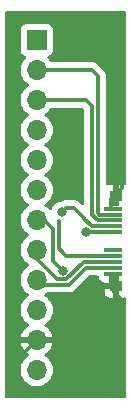
<source format=gbr>
%TF.GenerationSoftware,KiCad,Pcbnew,6.99.0-0efc1149af*%
%TF.CreationDate,2023-03-23T10:20:33+01:00*%
%TF.ProjectId,usbarmory-breakout,75736261-726d-46f7-9279-2d627265616b,rev?*%
%TF.SameCoordinates,Original*%
%TF.FileFunction,Copper,L2,Bot*%
%TF.FilePolarity,Positive*%
%FSLAX46Y46*%
G04 Gerber Fmt 4.6, Leading zero omitted, Abs format (unit mm)*
G04 Created by KiCad (PCBNEW 6.99.0-0efc1149af) date 2023-03-23 10:20:33*
%MOMM*%
%LPD*%
G01*
G04 APERTURE LIST*
%TA.AperFunction,ComponentPad*%
%ADD10R,1.700000X1.700000*%
%TD*%
%TA.AperFunction,ComponentPad*%
%ADD11O,1.700000X1.700000*%
%TD*%
%TA.AperFunction,SMDPad,CuDef*%
%ADD12R,1.500000X0.350000*%
%TD*%
%TA.AperFunction,SMDPad,CuDef*%
%ADD13R,1.000000X0.900000*%
%TD*%
%TA.AperFunction,ViaPad*%
%ADD14C,0.800000*%
%TD*%
%TA.AperFunction,Conductor*%
%ADD15C,0.300000*%
%TD*%
G04 APERTURE END LIST*
D10*
%TO.P,J2,1,Pin_1*%
%TO.N,/SDCS*%
X190270999Y-64136999D03*
D11*
%TO.P,J2,2,Pin_2*%
%TO.N,USB_TX2+*%
X190270999Y-66676999D03*
%TO.P,J2,3,Pin_3*%
%TO.N,USB_TX2-*%
X190270999Y-69216999D03*
%TO.P,J2,4,Pin_4*%
%TO.N,/BLK*%
X190270999Y-71756999D03*
%TO.P,J2,5,Pin_5*%
%TO.N,USB_RX2+*%
X190270999Y-74296999D03*
%TO.P,J2,6,Pin_6*%
%TO.N,USB_RX2-*%
X190270999Y-76836999D03*
%TO.P,J2,7,Pin_7*%
%TO.N,USB_TX1+*%
X190270999Y-79376999D03*
%TO.P,J2,8,Pin_8*%
%TO.N,USB_RX1-*%
X190270999Y-81916999D03*
%TO.P,J2,9,Pin_9*%
%TO.N,USB_RX1+*%
X190270999Y-84456999D03*
%TO.P,J2,10,Pin_10*%
%TO.N,USB_TX1-*%
X190270999Y-86996999D03*
%TO.P,J2,11,Pin_11*%
%TO.N,GND*%
X190270999Y-89536999D03*
%TO.P,J2,12,Pin_12*%
%TO.N,USB_5V*%
X190270999Y-92076999D03*
%TD*%
D12*
%TO.P,U1,B1,GND*%
%TO.N,GND*%
X196772999Y-78414999D03*
%TO.P,U1,B2,TX2+*%
%TO.N,USB_TX2+*%
X196772999Y-78914999D03*
%TO.P,U1,B3,TX2-*%
%TO.N,USB_TX2-*%
X196772999Y-79414999D03*
%TO.P,U1,B4,VBUS*%
%TO.N,USB_5V*%
X196772999Y-79914999D03*
%TO.P,U1,B5,VCONN*%
%TO.N,Net-(U1-VCONN)*%
X196772999Y-80414999D03*
%TO.P,U1,B8,SBU2*%
%TO.N,unconnected-(U1-SBU2)*%
X196772999Y-81914999D03*
%TO.P,U1,B9,VBUS*%
%TO.N,USB_5V*%
X196772999Y-82414999D03*
%TO.P,U1,B10,RX1-*%
%TO.N,USB_RX1-*%
X196772999Y-82914999D03*
%TO.P,U1,B11,RX1+*%
%TO.N,USB_RX1+*%
X196772999Y-83414999D03*
%TO.P,U1,B12,GND*%
%TO.N,GND*%
X196772999Y-83914999D03*
D13*
%TO.P,U1,S,S*%
X197022999Y-84989999D03*
X197022999Y-77339999D03*
%TD*%
D14*
%TO.N,USB_TX1+*%
X192492122Y-83701622D03*
%TO.N,USB_5V*%
X192405000Y-78740000D03*
%TO.N,Net-(U1-VCONN)*%
X194437000Y-80391000D03*
%TD*%
D15*
%TO.N,USB_TX1+*%
X192492122Y-83701622D02*
X191643000Y-82852500D01*
X191643000Y-80137000D02*
X190883000Y-79377000D01*
X190883000Y-79377000D02*
X190271000Y-79377000D01*
X191643000Y-82852500D02*
X191643000Y-80137000D01*
%TO.N,GND*%
X196846000Y-84990000D02*
X196846000Y-85467000D01*
X197358000Y-85979000D02*
X197358000Y-93599000D01*
X196846000Y-85467000D02*
X197358000Y-85979000D01*
X188341000Y-91467000D02*
X190271000Y-89537000D01*
X188341000Y-93853000D02*
X188341000Y-91467000D01*
X196596000Y-84740000D02*
X196846000Y-84990000D01*
X188722000Y-62103000D02*
X188341000Y-62484000D01*
X196596000Y-77590000D02*
X196846000Y-77340000D01*
X196977000Y-62103000D02*
X188722000Y-62103000D01*
X197358000Y-93599000D02*
X196850000Y-94107000D01*
X197485000Y-62611000D02*
X196977000Y-62103000D01*
X196596000Y-78415000D02*
X196596000Y-77590000D01*
X196596000Y-83915000D02*
X196596000Y-84740000D01*
X197485000Y-76701000D02*
X197485000Y-62611000D01*
X188595000Y-94107000D02*
X188341000Y-93853000D01*
X196846000Y-77340000D02*
X197485000Y-76701000D01*
X188341000Y-62484000D02*
X188341000Y-91467000D01*
X196850000Y-94107000D02*
X188595000Y-94107000D01*
%TO.N,USB_RX1+*%
X196596000Y-83415000D02*
X194405090Y-83415000D01*
X190665622Y-84851622D02*
X190271000Y-84457000D01*
X194405090Y-83415000D02*
X192968468Y-84851622D01*
X192968468Y-84851622D02*
X190665622Y-84851622D01*
%TO.N,USB_RX1-*%
X191970622Y-84401622D02*
X190271000Y-82702000D01*
X194268694Y-82915000D02*
X192782072Y-84401622D01*
X192782072Y-84401622D02*
X191970622Y-84401622D01*
X190271000Y-82702000D02*
X190271000Y-81917000D01*
X196596000Y-82915000D02*
X194268694Y-82915000D01*
%TO.N,USB_5V*%
X192786000Y-82423000D02*
X192532000Y-82169000D01*
X194296975Y-79261025D02*
X194156950Y-79121000D01*
X192532000Y-82169000D02*
X192151000Y-81788000D01*
X195563000Y-82423000D02*
X195571000Y-82415000D01*
X195563000Y-82423000D02*
X192786000Y-82423000D01*
X193421000Y-78359000D02*
X194296975Y-79234975D01*
X192405000Y-78740000D02*
X192786000Y-78359000D01*
X192151000Y-81788000D02*
X192151000Y-79502000D01*
X196596000Y-79915000D02*
X194950950Y-79915000D01*
X194296975Y-79234975D02*
X194296975Y-79261025D01*
X195571000Y-82415000D02*
X196596000Y-82415000D01*
X192786000Y-78359000D02*
X193421000Y-78359000D01*
X194950950Y-79915000D02*
X194296975Y-79261025D01*
%TO.N,USB_TX2-*%
X195434604Y-79415000D02*
X194945000Y-78925396D01*
X196596000Y-79415000D02*
X195434604Y-79415000D01*
X194945000Y-69723000D02*
X194439000Y-69217000D01*
X194439000Y-69217000D02*
X190271000Y-69217000D01*
X194945000Y-78925396D02*
X194945000Y-69723000D01*
%TO.N,USB_TX2+*%
X196596000Y-78915000D02*
X195571000Y-78915000D01*
X195453000Y-67183000D02*
X194947000Y-66677000D01*
X194947000Y-66677000D02*
X190271000Y-66677000D01*
X195453000Y-78797000D02*
X195453000Y-67183000D01*
X195571000Y-78915000D02*
X195453000Y-78797000D01*
%TO.N,Net-(U1-VCONN)*%
X194461000Y-80415000D02*
X194437000Y-80391000D01*
X196596000Y-80415000D02*
X194461000Y-80415000D01*
%TD*%
%TA.AperFunction,Conductor*%
%TO.N,GND*%
G36*
X197807621Y-61742502D02*
G01*
X197854114Y-61796158D01*
X197865500Y-61848500D01*
X197865500Y-76294086D01*
X197845498Y-76362207D01*
X197791842Y-76408700D01*
X197721568Y-76418804D01*
X197695468Y-76412142D01*
X197639478Y-76391259D01*
X197624257Y-76387662D01*
X197574938Y-76382360D01*
X197568223Y-76382000D01*
X197295115Y-76382000D01*
X197279876Y-76386475D01*
X197278671Y-76387865D01*
X197277000Y-76395548D01*
X197277000Y-78105500D01*
X197256998Y-78173621D01*
X197203342Y-78220114D01*
X197151000Y-78231500D01*
X196724000Y-78231500D01*
X196655879Y-78211498D01*
X196609386Y-78157842D01*
X196598000Y-78105500D01*
X196598000Y-77818000D01*
X196618002Y-77749879D01*
X196671658Y-77703386D01*
X196724000Y-77692000D01*
X196750885Y-77692000D01*
X196766124Y-77687525D01*
X196767329Y-77686135D01*
X196769000Y-77678452D01*
X196769000Y-76400115D01*
X196764525Y-76384876D01*
X196763135Y-76383671D01*
X196755452Y-76382000D01*
X196477777Y-76382000D01*
X196471062Y-76382360D01*
X196421743Y-76387662D01*
X196406525Y-76391259D01*
X196281533Y-76437878D01*
X196210717Y-76442943D01*
X196148405Y-76408917D01*
X196114380Y-76346605D01*
X196111500Y-76319822D01*
X196111500Y-67265056D01*
X196112059Y-67253200D01*
X196112059Y-67253197D01*
X196113788Y-67245463D01*
X196111562Y-67174631D01*
X196111500Y-67170673D01*
X196111500Y-67141568D01*
X196110944Y-67137168D01*
X196110012Y-67125330D01*
X196108811Y-67087094D01*
X196108562Y-67079169D01*
X196102580Y-67058579D01*
X196098570Y-67039216D01*
X196096875Y-67025796D01*
X196096875Y-67025795D01*
X196095882Y-67017936D01*
X196092966Y-67010571D01*
X196092965Y-67010567D01*
X196078874Y-66974979D01*
X196075035Y-66963769D01*
X196062145Y-66919400D01*
X196051225Y-66900935D01*
X196042534Y-66883195D01*
X196034635Y-66863244D01*
X196007482Y-66825871D01*
X196000967Y-66815952D01*
X195981493Y-66783023D01*
X195981490Y-66783019D01*
X195977453Y-66776193D01*
X195962289Y-66761029D01*
X195949448Y-66745995D01*
X195941501Y-66735057D01*
X195936841Y-66728643D01*
X195901247Y-66699197D01*
X195892468Y-66691208D01*
X195470655Y-66269395D01*
X195462665Y-66260615D01*
X195462663Y-66260613D01*
X195458416Y-66253920D01*
X195406742Y-66205395D01*
X195403901Y-66202641D01*
X195383333Y-66182073D01*
X195379826Y-66179353D01*
X195370804Y-66171647D01*
X195342913Y-66145456D01*
X195337133Y-66140028D01*
X195330181Y-66136206D01*
X195318342Y-66129697D01*
X195301818Y-66118843D01*
X195291132Y-66110555D01*
X195284868Y-66105696D01*
X195277596Y-66102549D01*
X195277594Y-66102548D01*
X195242465Y-66087346D01*
X195231805Y-66082124D01*
X195198284Y-66063695D01*
X195198282Y-66063694D01*
X195191337Y-66059876D01*
X195170559Y-66054541D01*
X195151869Y-66048142D01*
X195132176Y-66039620D01*
X195086552Y-66032394D01*
X195074929Y-66029987D01*
X195046928Y-66022798D01*
X195030188Y-66018500D01*
X195008741Y-66018500D01*
X194989031Y-66016949D01*
X194975677Y-66014834D01*
X194967848Y-66013594D01*
X194921859Y-66017941D01*
X194910004Y-66018500D01*
X191531704Y-66018500D01*
X191463583Y-65998498D01*
X191426221Y-65961415D01*
X191349573Y-65844095D01*
X191349570Y-65844091D01*
X191346722Y-65839732D01*
X191343197Y-65835903D01*
X191343194Y-65835899D01*
X191203525Y-65684180D01*
X191172104Y-65620515D01*
X191180091Y-65549969D01*
X191224949Y-65494940D01*
X191252191Y-65480787D01*
X191367204Y-65437889D01*
X191484261Y-65350261D01*
X191571889Y-65233204D01*
X191622989Y-65096201D01*
X191629500Y-65035638D01*
X191629500Y-63238362D01*
X191622989Y-63177799D01*
X191571889Y-63040796D01*
X191484261Y-62923739D01*
X191367204Y-62836111D01*
X191230201Y-62785011D01*
X191193295Y-62781043D01*
X191172988Y-62778860D01*
X191172985Y-62778860D01*
X191169638Y-62778500D01*
X189372362Y-62778500D01*
X189369015Y-62778860D01*
X189369012Y-62778860D01*
X189348705Y-62781043D01*
X189311799Y-62785011D01*
X189174796Y-62836111D01*
X189057739Y-62923739D01*
X188970111Y-63040796D01*
X188919011Y-63177799D01*
X188912500Y-63238362D01*
X188912500Y-65035638D01*
X188919011Y-65096201D01*
X188970111Y-65233204D01*
X189057739Y-65350261D01*
X189174796Y-65437889D01*
X189289808Y-65480787D01*
X189346642Y-65523333D01*
X189371453Y-65589853D01*
X189356361Y-65659227D01*
X189338475Y-65684180D01*
X189198806Y-65835899D01*
X189198803Y-65835903D01*
X189195278Y-65839732D01*
X189192428Y-65844095D01*
X189192427Y-65844096D01*
X189077195Y-66020472D01*
X189072140Y-66028209D01*
X189070048Y-66032978D01*
X189070046Y-66032982D01*
X189023092Y-66140028D01*
X188981704Y-66234384D01*
X188926436Y-66452632D01*
X188907844Y-66677000D01*
X188908274Y-66682189D01*
X188923888Y-66870613D01*
X188926436Y-66901368D01*
X188927717Y-66906426D01*
X188927717Y-66906427D01*
X188966249Y-67058584D01*
X188981704Y-67119616D01*
X189072140Y-67325791D01*
X189074990Y-67330153D01*
X189074992Y-67330157D01*
X189132942Y-67418855D01*
X189195278Y-67514268D01*
X189198803Y-67518097D01*
X189198806Y-67518101D01*
X189300360Y-67628417D01*
X189347760Y-67679906D01*
X189525424Y-67818189D01*
X189530005Y-67820668D01*
X189558680Y-67836186D01*
X189609071Y-67886199D01*
X189624423Y-67955516D01*
X189599863Y-68022129D01*
X189558681Y-68057813D01*
X189525424Y-68075811D01*
X189347760Y-68214094D01*
X189344228Y-68217931D01*
X189198806Y-68375899D01*
X189198803Y-68375903D01*
X189195278Y-68379732D01*
X189192428Y-68384095D01*
X189192427Y-68384096D01*
X189077195Y-68560472D01*
X189072140Y-68568209D01*
X189070048Y-68572978D01*
X189070046Y-68572982D01*
X189047234Y-68624990D01*
X188981704Y-68774384D01*
X188926436Y-68992632D01*
X188907844Y-69217000D01*
X188926436Y-69441368D01*
X188981704Y-69659616D01*
X189072140Y-69865791D01*
X189074990Y-69870153D01*
X189074992Y-69870157D01*
X189132942Y-69958855D01*
X189195278Y-70054268D01*
X189198803Y-70058097D01*
X189198806Y-70058101D01*
X189300360Y-70168417D01*
X189347760Y-70219906D01*
X189525424Y-70358189D01*
X189530005Y-70360668D01*
X189558680Y-70376186D01*
X189609071Y-70426199D01*
X189624423Y-70495516D01*
X189599863Y-70562129D01*
X189558681Y-70597813D01*
X189525424Y-70615811D01*
X189347760Y-70754094D01*
X189344228Y-70757931D01*
X189198806Y-70915899D01*
X189198803Y-70915903D01*
X189195278Y-70919732D01*
X189072140Y-71108209D01*
X188981704Y-71314384D01*
X188926436Y-71532632D01*
X188907844Y-71757000D01*
X188926436Y-71981368D01*
X188981704Y-72199616D01*
X189072140Y-72405791D01*
X189195278Y-72594268D01*
X189198803Y-72598097D01*
X189198806Y-72598101D01*
X189300360Y-72708417D01*
X189347760Y-72759906D01*
X189525424Y-72898189D01*
X189530005Y-72900668D01*
X189558680Y-72916186D01*
X189609071Y-72966199D01*
X189624423Y-73035516D01*
X189599863Y-73102129D01*
X189558681Y-73137813D01*
X189525424Y-73155811D01*
X189347760Y-73294094D01*
X189344228Y-73297931D01*
X189198806Y-73455899D01*
X189198803Y-73455903D01*
X189195278Y-73459732D01*
X189072140Y-73648209D01*
X188981704Y-73854384D01*
X188926436Y-74072632D01*
X188907844Y-74297000D01*
X188926436Y-74521368D01*
X188981704Y-74739616D01*
X189072140Y-74945791D01*
X189195278Y-75134268D01*
X189198803Y-75138097D01*
X189198806Y-75138101D01*
X189300360Y-75248417D01*
X189347760Y-75299906D01*
X189525424Y-75438189D01*
X189530005Y-75440668D01*
X189558680Y-75456186D01*
X189609071Y-75506199D01*
X189624423Y-75575516D01*
X189599863Y-75642129D01*
X189558681Y-75677813D01*
X189525424Y-75695811D01*
X189347760Y-75834094D01*
X189344228Y-75837931D01*
X189198806Y-75995899D01*
X189198803Y-75995903D01*
X189195278Y-75999732D01*
X189072140Y-76188209D01*
X188981704Y-76394384D01*
X188926436Y-76612632D01*
X188907844Y-76837000D01*
X188926436Y-77061368D01*
X188981704Y-77279616D01*
X189072140Y-77485791D01*
X189195278Y-77674268D01*
X189198803Y-77678097D01*
X189198806Y-77678101D01*
X189280635Y-77766990D01*
X189347760Y-77839906D01*
X189351879Y-77843112D01*
X189487771Y-77948882D01*
X189525424Y-77978189D01*
X189545494Y-77989050D01*
X189558680Y-77996186D01*
X189609071Y-78046199D01*
X189624423Y-78115516D01*
X189599863Y-78182129D01*
X189558681Y-78217813D01*
X189525424Y-78235811D01*
X189347760Y-78374094D01*
X189344228Y-78377931D01*
X189198806Y-78535899D01*
X189198803Y-78535903D01*
X189195278Y-78539732D01*
X189072140Y-78728209D01*
X188981704Y-78934384D01*
X188926436Y-79152632D01*
X188926006Y-79157823D01*
X188926005Y-79157828D01*
X188916609Y-79271226D01*
X188907844Y-79377000D01*
X188908274Y-79382189D01*
X188923432Y-79565114D01*
X188926436Y-79601368D01*
X188927717Y-79606426D01*
X188927717Y-79606427D01*
X188950044Y-79694592D01*
X188981704Y-79819616D01*
X188996811Y-79854056D01*
X189066846Y-80013721D01*
X189072140Y-80025791D01*
X189074990Y-80030153D01*
X189074992Y-80030157D01*
X189163090Y-80165000D01*
X189195278Y-80214268D01*
X189198803Y-80218097D01*
X189198806Y-80218101D01*
X189300360Y-80328417D01*
X189347760Y-80379906D01*
X189525424Y-80518189D01*
X189530005Y-80520668D01*
X189558680Y-80536186D01*
X189609071Y-80586199D01*
X189624423Y-80655516D01*
X189599863Y-80722129D01*
X189558681Y-80757813D01*
X189525424Y-80775811D01*
X189347760Y-80914094D01*
X189344228Y-80917931D01*
X189198806Y-81075899D01*
X189198803Y-81075903D01*
X189195278Y-81079732D01*
X189192427Y-81084096D01*
X189077638Y-81259794D01*
X189072140Y-81268209D01*
X189070048Y-81272978D01*
X189070046Y-81272982D01*
X189058034Y-81300368D01*
X188981704Y-81474384D01*
X188980422Y-81479445D01*
X188980422Y-81479446D01*
X188931136Y-81674073D01*
X188926436Y-81692632D01*
X188926006Y-81697823D01*
X188926005Y-81697828D01*
X188909024Y-81902763D01*
X188907844Y-81917000D01*
X188926436Y-82141368D01*
X188981704Y-82359616D01*
X189072140Y-82565791D01*
X189074990Y-82570153D01*
X189074992Y-82570157D01*
X189164448Y-82707079D01*
X189195278Y-82754268D01*
X189198803Y-82758097D01*
X189198806Y-82758101D01*
X189300360Y-82868417D01*
X189347760Y-82919906D01*
X189525424Y-83058189D01*
X189530005Y-83060668D01*
X189558680Y-83076186D01*
X189609071Y-83126199D01*
X189624423Y-83195516D01*
X189599863Y-83262129D01*
X189558681Y-83297813D01*
X189525424Y-83315811D01*
X189347760Y-83454094D01*
X189344228Y-83457931D01*
X189198806Y-83615899D01*
X189198803Y-83615903D01*
X189195278Y-83619732D01*
X189072140Y-83808209D01*
X188981704Y-84014384D01*
X188980422Y-84019445D01*
X188980422Y-84019446D01*
X188957388Y-84110405D01*
X188926436Y-84232632D01*
X188907844Y-84457000D01*
X188908274Y-84462189D01*
X188923081Y-84640876D01*
X188926436Y-84681368D01*
X188927717Y-84686426D01*
X188927717Y-84686427D01*
X188939848Y-84734329D01*
X188981704Y-84899616D01*
X189072140Y-85105791D01*
X189195278Y-85294268D01*
X189198803Y-85298097D01*
X189198806Y-85298101D01*
X189250171Y-85353897D01*
X189347760Y-85459906D01*
X189351879Y-85463112D01*
X189452279Y-85541257D01*
X189525424Y-85598189D01*
X189530005Y-85600668D01*
X189558680Y-85616186D01*
X189609071Y-85666199D01*
X189624423Y-85735516D01*
X189599863Y-85802129D01*
X189558681Y-85837813D01*
X189525424Y-85855811D01*
X189521313Y-85859010D01*
X189521311Y-85859012D01*
X189452213Y-85912794D01*
X189347760Y-85994094D01*
X189309262Y-86035914D01*
X189198806Y-86155899D01*
X189198803Y-86155903D01*
X189195278Y-86159732D01*
X189072140Y-86348209D01*
X188981704Y-86554384D01*
X188926436Y-86772632D01*
X188907844Y-86997000D01*
X188926436Y-87221368D01*
X188981704Y-87439616D01*
X189072140Y-87645791D01*
X189195278Y-87834268D01*
X189198803Y-87838097D01*
X189198806Y-87838101D01*
X189300360Y-87948417D01*
X189347760Y-87999906D01*
X189525424Y-88138189D01*
X189559208Y-88156472D01*
X189609597Y-88206485D01*
X189624949Y-88275802D01*
X189600388Y-88342415D01*
X189559206Y-88378099D01*
X189530281Y-88393752D01*
X189521589Y-88399431D01*
X189352211Y-88531263D01*
X189344568Y-88538300D01*
X189199210Y-88696201D01*
X189192823Y-88704407D01*
X189075431Y-88884087D01*
X189070488Y-88893222D01*
X188984270Y-89089777D01*
X188980900Y-89099592D01*
X188938903Y-89265439D01*
X188939433Y-89279530D01*
X188947855Y-89283000D01*
X191589429Y-89283000D01*
X191602960Y-89279027D01*
X191604256Y-89270014D01*
X191561100Y-89099592D01*
X191557730Y-89089777D01*
X191471512Y-88893222D01*
X191466569Y-88884087D01*
X191349177Y-88704407D01*
X191342790Y-88696201D01*
X191197432Y-88538300D01*
X191189789Y-88531263D01*
X191020411Y-88399431D01*
X191011719Y-88393752D01*
X190982794Y-88378099D01*
X190932403Y-88328086D01*
X190917051Y-88258769D01*
X190941612Y-88192156D01*
X190982792Y-88156472D01*
X191016576Y-88138189D01*
X191194240Y-87999906D01*
X191241640Y-87948417D01*
X191343194Y-87838101D01*
X191343197Y-87838097D01*
X191346722Y-87834268D01*
X191469860Y-87645791D01*
X191560296Y-87439616D01*
X191615564Y-87221368D01*
X191634156Y-86997000D01*
X191615564Y-86772632D01*
X191560296Y-86554384D01*
X191469860Y-86348209D01*
X191346722Y-86159732D01*
X191343197Y-86155903D01*
X191343194Y-86155899D01*
X191232738Y-86035914D01*
X191194240Y-85994094D01*
X191089787Y-85912794D01*
X191020689Y-85859012D01*
X191020687Y-85859010D01*
X191016576Y-85855811D01*
X190983320Y-85837814D01*
X190932929Y-85787801D01*
X190917577Y-85718484D01*
X190942137Y-85651871D01*
X190983320Y-85616186D01*
X191011995Y-85600668D01*
X191016576Y-85598189D01*
X191089722Y-85541257D01*
X191095588Y-85536691D01*
X191161630Y-85510634D01*
X191172979Y-85510122D01*
X192886412Y-85510122D01*
X192898268Y-85510681D01*
X192898271Y-85510681D01*
X192906005Y-85512410D01*
X192976837Y-85510184D01*
X192980795Y-85510122D01*
X193009900Y-85510122D01*
X193014300Y-85509566D01*
X193026132Y-85508634D01*
X193072299Y-85507184D01*
X193092889Y-85501202D01*
X193112250Y-85497192D01*
X193119238Y-85496310D01*
X193125672Y-85495497D01*
X193125673Y-85495497D01*
X193133532Y-85494504D01*
X193140897Y-85491588D01*
X193140901Y-85491587D01*
X193156974Y-85485223D01*
X196015000Y-85485223D01*
X196015360Y-85491938D01*
X196020662Y-85541257D01*
X196024259Y-85556478D01*
X196069405Y-85677520D01*
X196077954Y-85693176D01*
X196154698Y-85795693D01*
X196167307Y-85808302D01*
X196269824Y-85885046D01*
X196285480Y-85893595D01*
X196406522Y-85938741D01*
X196421743Y-85942338D01*
X196471062Y-85947640D01*
X196477777Y-85948000D01*
X196750885Y-85948000D01*
X196766124Y-85943525D01*
X196767329Y-85942135D01*
X196769000Y-85934452D01*
X196769000Y-85262115D01*
X196764525Y-85246876D01*
X196763135Y-85245671D01*
X196755452Y-85244000D01*
X196033115Y-85244000D01*
X196017876Y-85248475D01*
X196016671Y-85249865D01*
X196015000Y-85257548D01*
X196015000Y-85485223D01*
X193156974Y-85485223D01*
X193176489Y-85477496D01*
X193187699Y-85473657D01*
X193232068Y-85460767D01*
X193250533Y-85449847D01*
X193268273Y-85441156D01*
X193288224Y-85433257D01*
X193325597Y-85406104D01*
X193335516Y-85399589D01*
X193368445Y-85380115D01*
X193368449Y-85380112D01*
X193375275Y-85376075D01*
X193390439Y-85360911D01*
X193405473Y-85348070D01*
X193416411Y-85340123D01*
X193422825Y-85335463D01*
X193452271Y-85299869D01*
X193460260Y-85291090D01*
X194037280Y-84714070D01*
X194640944Y-84110405D01*
X194703256Y-84076380D01*
X194730039Y-84073500D01*
X195394823Y-84073500D01*
X195462944Y-84093502D01*
X195509437Y-84147158D01*
X195520101Y-84186035D01*
X195520662Y-84191256D01*
X195524259Y-84206478D01*
X195569405Y-84327520D01*
X195577954Y-84343176D01*
X195654698Y-84445693D01*
X195667307Y-84458302D01*
X195769824Y-84535046D01*
X195785480Y-84543595D01*
X195906518Y-84588740D01*
X195917973Y-84591446D01*
X195979669Y-84626576D01*
X196012578Y-84689485D01*
X196015000Y-84714070D01*
X196015000Y-84717885D01*
X196019475Y-84733124D01*
X196020865Y-84734329D01*
X196028548Y-84736000D01*
X196750885Y-84736000D01*
X196766124Y-84731525D01*
X196767329Y-84730135D01*
X196769000Y-84722452D01*
X196769000Y-84656115D01*
X196764525Y-84640876D01*
X196763135Y-84639671D01*
X196755452Y-84638000D01*
X196724000Y-84638000D01*
X196655879Y-84617998D01*
X196609386Y-84564342D01*
X196598000Y-84512000D01*
X196598000Y-84224500D01*
X196618002Y-84156379D01*
X196671658Y-84109886D01*
X196724000Y-84098500D01*
X197151000Y-84098500D01*
X197219121Y-84118502D01*
X197265614Y-84172158D01*
X197277000Y-84224500D01*
X197277000Y-85929885D01*
X197281475Y-85945124D01*
X197282865Y-85946329D01*
X197290548Y-85948000D01*
X197568223Y-85948000D01*
X197574938Y-85947640D01*
X197624257Y-85942338D01*
X197639478Y-85938741D01*
X197695468Y-85917858D01*
X197766284Y-85912794D01*
X197828596Y-85946819D01*
X197862621Y-86009131D01*
X197865500Y-86035914D01*
X197865500Y-94361500D01*
X197845498Y-94429621D01*
X197791842Y-94476114D01*
X197739500Y-94487500D01*
X187705500Y-94487500D01*
X187637379Y-94467498D01*
X187590886Y-94413842D01*
X187579500Y-94361500D01*
X187579500Y-92077000D01*
X188907844Y-92077000D01*
X188926436Y-92301368D01*
X188981704Y-92519616D01*
X189072140Y-92725791D01*
X189195278Y-92914268D01*
X189198803Y-92918097D01*
X189198806Y-92918101D01*
X189300360Y-93028417D01*
X189347760Y-93079906D01*
X189525424Y-93218189D01*
X189723426Y-93325342D01*
X189936365Y-93398444D01*
X189941499Y-93399301D01*
X189941504Y-93399302D01*
X190153294Y-93434643D01*
X190153296Y-93434643D01*
X190158431Y-93435500D01*
X190383569Y-93435500D01*
X190388704Y-93434643D01*
X190388706Y-93434643D01*
X190600496Y-93399302D01*
X190600501Y-93399301D01*
X190605635Y-93398444D01*
X190818574Y-93325342D01*
X191016576Y-93218189D01*
X191194240Y-93079906D01*
X191241640Y-93028417D01*
X191343194Y-92918101D01*
X191343197Y-92918097D01*
X191346722Y-92914268D01*
X191469860Y-92725791D01*
X191560296Y-92519616D01*
X191615564Y-92301368D01*
X191634156Y-92077000D01*
X191615564Y-91852632D01*
X191560296Y-91634384D01*
X191469860Y-91428209D01*
X191346722Y-91239732D01*
X191343197Y-91235903D01*
X191343194Y-91235899D01*
X191197772Y-91077931D01*
X191194240Y-91074094D01*
X191016576Y-90935811D01*
X190982792Y-90917528D01*
X190932403Y-90867515D01*
X190917051Y-90798198D01*
X190941612Y-90731585D01*
X190982794Y-90695901D01*
X191011719Y-90680248D01*
X191020411Y-90674569D01*
X191189789Y-90542737D01*
X191197432Y-90535700D01*
X191342790Y-90377799D01*
X191349177Y-90369593D01*
X191466569Y-90189913D01*
X191471512Y-90180778D01*
X191557730Y-89984223D01*
X191561100Y-89974408D01*
X191603097Y-89808561D01*
X191602567Y-89794470D01*
X191594145Y-89791000D01*
X188952571Y-89791000D01*
X188939040Y-89794973D01*
X188937744Y-89803986D01*
X188980900Y-89974408D01*
X188984270Y-89984223D01*
X189070488Y-90180778D01*
X189075431Y-90189913D01*
X189192823Y-90369593D01*
X189199210Y-90377799D01*
X189344568Y-90535700D01*
X189352211Y-90542737D01*
X189521589Y-90674569D01*
X189530281Y-90680248D01*
X189559206Y-90695901D01*
X189609597Y-90745914D01*
X189624949Y-90815231D01*
X189600388Y-90881844D01*
X189559208Y-90917528D01*
X189525424Y-90935811D01*
X189347760Y-91074094D01*
X189344228Y-91077931D01*
X189198806Y-91235899D01*
X189198803Y-91235903D01*
X189195278Y-91239732D01*
X189072140Y-91428209D01*
X188981704Y-91634384D01*
X188926436Y-91852632D01*
X188907844Y-92077000D01*
X187579500Y-92077000D01*
X187579500Y-61848500D01*
X187599502Y-61780379D01*
X187653158Y-61733886D01*
X187705500Y-61722500D01*
X197739500Y-61722500D01*
X197807621Y-61742502D01*
G37*
%TD.AperFunction*%
%TA.AperFunction,Conductor*%
G36*
X194182171Y-69895502D02*
G01*
X194203145Y-69912405D01*
X194249595Y-69958855D01*
X194283621Y-70021167D01*
X194286500Y-70047950D01*
X194286500Y-77989050D01*
X194266498Y-78057171D01*
X194212842Y-78103664D01*
X194142568Y-78113768D01*
X194077988Y-78084274D01*
X194071405Y-78078145D01*
X193944655Y-77951395D01*
X193936665Y-77942615D01*
X193936663Y-77942613D01*
X193932416Y-77935920D01*
X193880742Y-77887395D01*
X193877901Y-77884641D01*
X193857333Y-77864073D01*
X193853826Y-77861353D01*
X193844804Y-77853647D01*
X193822681Y-77832872D01*
X193811133Y-77822028D01*
X193803806Y-77818000D01*
X193792342Y-77811697D01*
X193775818Y-77800843D01*
X193765132Y-77792555D01*
X193758868Y-77787696D01*
X193751596Y-77784549D01*
X193751594Y-77784548D01*
X193716465Y-77769346D01*
X193705805Y-77764124D01*
X193672284Y-77745695D01*
X193672282Y-77745694D01*
X193665337Y-77741876D01*
X193644559Y-77736541D01*
X193625869Y-77730142D01*
X193606176Y-77721620D01*
X193560552Y-77714394D01*
X193548929Y-77711987D01*
X193514661Y-77703189D01*
X193504188Y-77700500D01*
X193482741Y-77700500D01*
X193463031Y-77698949D01*
X193449677Y-77696834D01*
X193441848Y-77695594D01*
X193395859Y-77699941D01*
X193384004Y-77700500D01*
X192868056Y-77700500D01*
X192856200Y-77699941D01*
X192856197Y-77699941D01*
X192848463Y-77698212D01*
X192793446Y-77699941D01*
X192777631Y-77700438D01*
X192773673Y-77700500D01*
X192744568Y-77700500D01*
X192740168Y-77701056D01*
X192728336Y-77701988D01*
X192682169Y-77703438D01*
X192661579Y-77709420D01*
X192642218Y-77713430D01*
X192635230Y-77714312D01*
X192628796Y-77715125D01*
X192628795Y-77715125D01*
X192620936Y-77716118D01*
X192613571Y-77719034D01*
X192613567Y-77719035D01*
X192577979Y-77733126D01*
X192566769Y-77736965D01*
X192522400Y-77749855D01*
X192503943Y-77760771D01*
X192486193Y-77769466D01*
X192466244Y-77777365D01*
X192459828Y-77782026D01*
X192459827Y-77782027D01*
X192428867Y-77804520D01*
X192418955Y-77811033D01*
X192414021Y-77813950D01*
X192349877Y-77831500D01*
X192309513Y-77831500D01*
X192303061Y-77832872D01*
X192303056Y-77832872D01*
X192216112Y-77851353D01*
X192122712Y-77871206D01*
X192116682Y-77873891D01*
X192116681Y-77873891D01*
X191954278Y-77946197D01*
X191954276Y-77946198D01*
X191948248Y-77948882D01*
X191942907Y-77952762D01*
X191942906Y-77952763D01*
X191892962Y-77989050D01*
X191793747Y-78061134D01*
X191665960Y-78203056D01*
X191656112Y-78220114D01*
X191574225Y-78361946D01*
X191570473Y-78368444D01*
X191551856Y-78425741D01*
X191537554Y-78469757D01*
X191497480Y-78528362D01*
X191432083Y-78555999D01*
X191362126Y-78543892D01*
X191325020Y-78516158D01*
X191304435Y-78493796D01*
X191194240Y-78374094D01*
X191016576Y-78235811D01*
X190983320Y-78217814D01*
X190932929Y-78167801D01*
X190917577Y-78098484D01*
X190942137Y-78031871D01*
X190983320Y-77996186D01*
X190996507Y-77989050D01*
X191016576Y-77978189D01*
X191054230Y-77948882D01*
X191190121Y-77843112D01*
X191194240Y-77839906D01*
X191261365Y-77766990D01*
X191343194Y-77678101D01*
X191343197Y-77678097D01*
X191346722Y-77674268D01*
X191469860Y-77485791D01*
X191560296Y-77279616D01*
X191615564Y-77061368D01*
X191634156Y-76837000D01*
X191615564Y-76612632D01*
X191560296Y-76394384D01*
X191469860Y-76188209D01*
X191346722Y-75999732D01*
X191343197Y-75995903D01*
X191343194Y-75995899D01*
X191197772Y-75837931D01*
X191194240Y-75834094D01*
X191016576Y-75695811D01*
X190983320Y-75677814D01*
X190932929Y-75627801D01*
X190917577Y-75558484D01*
X190942137Y-75491871D01*
X190983320Y-75456186D01*
X191011995Y-75440668D01*
X191016576Y-75438189D01*
X191194240Y-75299906D01*
X191241640Y-75248417D01*
X191343194Y-75138101D01*
X191343197Y-75138097D01*
X191346722Y-75134268D01*
X191469860Y-74945791D01*
X191560296Y-74739616D01*
X191615564Y-74521368D01*
X191634156Y-74297000D01*
X191615564Y-74072632D01*
X191560296Y-73854384D01*
X191469860Y-73648209D01*
X191346722Y-73459732D01*
X191343197Y-73455903D01*
X191343194Y-73455899D01*
X191197772Y-73297931D01*
X191194240Y-73294094D01*
X191016576Y-73155811D01*
X190983320Y-73137814D01*
X190932929Y-73087801D01*
X190917577Y-73018484D01*
X190942137Y-72951871D01*
X190983320Y-72916186D01*
X191011995Y-72900668D01*
X191016576Y-72898189D01*
X191194240Y-72759906D01*
X191241640Y-72708417D01*
X191343194Y-72598101D01*
X191343197Y-72598097D01*
X191346722Y-72594268D01*
X191469860Y-72405791D01*
X191560296Y-72199616D01*
X191615564Y-71981368D01*
X191634156Y-71757000D01*
X191615564Y-71532632D01*
X191560296Y-71314384D01*
X191469860Y-71108209D01*
X191346722Y-70919732D01*
X191343197Y-70915903D01*
X191343194Y-70915899D01*
X191197772Y-70757931D01*
X191194240Y-70754094D01*
X191016576Y-70615811D01*
X190983320Y-70597814D01*
X190932929Y-70547801D01*
X190917577Y-70478484D01*
X190942137Y-70411871D01*
X190983320Y-70376186D01*
X191011995Y-70360668D01*
X191016576Y-70358189D01*
X191194240Y-70219906D01*
X191241640Y-70168417D01*
X191343194Y-70058101D01*
X191343197Y-70058097D01*
X191346722Y-70054268D01*
X191349570Y-70049909D01*
X191349573Y-70049905D01*
X191426221Y-69932585D01*
X191480224Y-69886496D01*
X191531704Y-69875500D01*
X194114050Y-69875500D01*
X194182171Y-69895502D01*
G37*
%TD.AperFunction*%
%TD*%
M02*

</source>
